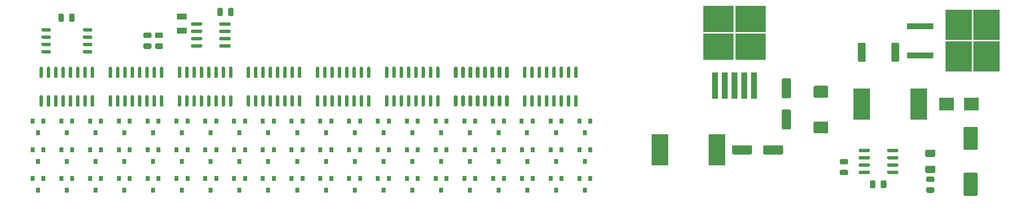
<source format=gbr>
%TF.GenerationSoftware,KiCad,Pcbnew,(5.1.5-131-g305ed0b65)-1*%
%TF.CreationDate,2020-05-10T18:35:46+08:00*%
%TF.ProjectId,NixieController,4e697869-6543-46f6-9e74-726f6c6c6572,rev?*%
%TF.SameCoordinates,Original*%
%TF.FileFunction,Paste,Top*%
%TF.FilePolarity,Positive*%
%FSLAX46Y46*%
G04 Gerber Fmt 4.6, Leading zero omitted, Abs format (unit mm)*
G04 Created by KiCad (PCBNEW (5.1.5-131-g305ed0b65)-1) date 2020-05-10 18:35:46*
%MOMM*%
%LPD*%
G01*
G04 APERTURE LIST*
%ADD10R,2.500000X2.300000*%
%ADD11R,2.900000X5.400000*%
%ADD12R,4.600000X1.100000*%
%ADD13R,4.550000X5.250000*%
%ADD14R,0.800000X0.900000*%
%ADD15R,1.100000X4.600000*%
%ADD16R,5.250000X4.550000*%
%ADD17R,1.800000X1.000000*%
G04 APERTURE END LIST*
%TO.C,C7*%
G36*
G01*
X73362500Y-77543750D02*
X73362500Y-78456250D01*
G75*
G02*
X73118750Y-78700000I-243750J0D01*
G01*
X72631250Y-78700000D01*
G75*
G02*
X72387500Y-78456250I0J243750D01*
G01*
X72387500Y-77543750D01*
G75*
G02*
X72631250Y-77300000I243750J0D01*
G01*
X73118750Y-77300000D01*
G75*
G02*
X73362500Y-77543750I0J-243750D01*
G01*
G37*
G36*
G01*
X71487500Y-77543750D02*
X71487500Y-78456250D01*
G75*
G02*
X71243750Y-78700000I-243750J0D01*
G01*
X70756250Y-78700000D01*
G75*
G02*
X70512500Y-78456250I0J243750D01*
G01*
X70512500Y-77543750D01*
G75*
G02*
X70756250Y-77300000I243750J0D01*
G01*
X71243750Y-77300000D01*
G75*
G02*
X71487500Y-77543750I0J-243750D01*
G01*
G37*
%TD*%
%TO.C,C3*%
G36*
G01*
X201975000Y-89850000D02*
X204025000Y-89850000D01*
G75*
G02*
X204275000Y-90100000I0J-250000D01*
G01*
X204275000Y-91675000D01*
G75*
G02*
X204025000Y-91925000I-250000J0D01*
G01*
X201975000Y-91925000D01*
G75*
G02*
X201725000Y-91675000I0J250000D01*
G01*
X201725000Y-90100000D01*
G75*
G02*
X201975000Y-89850000I250000J0D01*
G01*
G37*
G36*
G01*
X201975000Y-96075000D02*
X204025000Y-96075000D01*
G75*
G02*
X204275000Y-96325000I0J-250000D01*
G01*
X204275000Y-97900000D01*
G75*
G02*
X204025000Y-98150000I-250000J0D01*
G01*
X201975000Y-98150000D01*
G75*
G02*
X201725000Y-97900000I0J250000D01*
G01*
X201725000Y-96325000D01*
G75*
G02*
X201975000Y-96075000I250000J0D01*
G01*
G37*
%TD*%
%TO.C,C4*%
G36*
G01*
X206543750Y-104450000D02*
X207456250Y-104450000D01*
G75*
G02*
X207700000Y-104693750I0J-243750D01*
G01*
X207700000Y-105181250D01*
G75*
G02*
X207456250Y-105425000I-243750J0D01*
G01*
X206543750Y-105425000D01*
G75*
G02*
X206300000Y-105181250I0J243750D01*
G01*
X206300000Y-104693750D01*
G75*
G02*
X206543750Y-104450000I243750J0D01*
G01*
G37*
G36*
G01*
X206543750Y-102575000D02*
X207456250Y-102575000D01*
G75*
G02*
X207700000Y-102818750I0J-243750D01*
G01*
X207700000Y-103306250D01*
G75*
G02*
X207456250Y-103550000I-243750J0D01*
G01*
X206543750Y-103550000D01*
G75*
G02*
X206300000Y-103306250I0J243750D01*
G01*
X206300000Y-102818750D01*
G75*
G02*
X206543750Y-102575000I243750J0D01*
G01*
G37*
%TD*%
%TO.C,C5*%
G36*
G01*
X214362500Y-106543750D02*
X214362500Y-107456250D01*
G75*
G02*
X214118750Y-107700000I-243750J0D01*
G01*
X213631250Y-107700000D01*
G75*
G02*
X213387500Y-107456250I0J243750D01*
G01*
X213387500Y-106543750D01*
G75*
G02*
X213631250Y-106300000I243750J0D01*
G01*
X214118750Y-106300000D01*
G75*
G02*
X214362500Y-106543750I0J-243750D01*
G01*
G37*
G36*
G01*
X212487500Y-106543750D02*
X212487500Y-107456250D01*
G75*
G02*
X212243750Y-107700000I-243750J0D01*
G01*
X211756250Y-107700000D01*
G75*
G02*
X211512500Y-107456250I0J243750D01*
G01*
X211512500Y-106543750D01*
G75*
G02*
X211756250Y-106300000I243750J0D01*
G01*
X212243750Y-106300000D01*
G75*
G02*
X212487500Y-106543750I0J-243750D01*
G01*
G37*
%TD*%
%TO.C,C6*%
G36*
G01*
X228000000Y-97000000D02*
X230000000Y-97000000D01*
G75*
G02*
X230250000Y-97250000I0J-250000D01*
G01*
X230250000Y-100750000D01*
G75*
G02*
X230000000Y-101000000I-250000J0D01*
G01*
X228000000Y-101000000D01*
G75*
G02*
X227750000Y-100750000I0J250000D01*
G01*
X227750000Y-97250000D01*
G75*
G02*
X228000000Y-97000000I250000J0D01*
G01*
G37*
G36*
G01*
X228000000Y-105000000D02*
X230000000Y-105000000D01*
G75*
G02*
X230250000Y-105250000I0J-250000D01*
G01*
X230250000Y-108750000D01*
G75*
G02*
X230000000Y-109000000I-250000J0D01*
G01*
X228000000Y-109000000D01*
G75*
G02*
X227750000Y-108750000I0J250000D01*
G01*
X227750000Y-105250000D01*
G75*
G02*
X228000000Y-105000000I250000J0D01*
G01*
G37*
%TD*%
D10*
%TO.C,D2*%
X229150000Y-93000000D03*
X224850000Y-93000000D03*
%TD*%
D11*
%TO.C,L2*%
X210050000Y-93000000D03*
X219950000Y-93000000D03*
%TD*%
D12*
%TO.C,Q1*%
X220225000Y-79460000D03*
X220225000Y-84540000D03*
D13*
X231800000Y-84775000D03*
X226950000Y-79225000D03*
X231800000Y-79225000D03*
X226950000Y-84775000D03*
%TD*%
%TO.C,R3*%
G36*
G01*
X216575000Y-82574999D02*
X216575000Y-85425001D01*
G75*
G02*
X216325001Y-85675000I-249999J0D01*
G01*
X215474999Y-85675000D01*
G75*
G02*
X215225000Y-85425001I0J249999D01*
G01*
X215225000Y-82574999D01*
G75*
G02*
X215474999Y-82325000I249999J0D01*
G01*
X216325001Y-82325000D01*
G75*
G02*
X216575000Y-82574999I0J-249999D01*
G01*
G37*
G36*
G01*
X210775000Y-82574999D02*
X210775000Y-85425001D01*
G75*
G02*
X210525001Y-85675000I-249999J0D01*
G01*
X209674999Y-85675000D01*
G75*
G02*
X209425000Y-85425001I0J249999D01*
G01*
X209425000Y-82574999D01*
G75*
G02*
X209674999Y-82325000I249999J0D01*
G01*
X210525001Y-82325000D01*
G75*
G02*
X210775000Y-82574999I0J-249999D01*
G01*
G37*
%TD*%
%TO.C,R4*%
G36*
G01*
X221375000Y-100975000D02*
X222625000Y-100975000D01*
G75*
G02*
X222875000Y-101225000I0J-250000D01*
G01*
X222875000Y-101975000D01*
G75*
G02*
X222625000Y-102225000I-250000J0D01*
G01*
X221375000Y-102225000D01*
G75*
G02*
X221125000Y-101975000I0J250000D01*
G01*
X221125000Y-101225000D01*
G75*
G02*
X221375000Y-100975000I250000J0D01*
G01*
G37*
G36*
G01*
X221375000Y-103775000D02*
X222625000Y-103775000D01*
G75*
G02*
X222875000Y-104025000I0J-250000D01*
G01*
X222875000Y-104775000D01*
G75*
G02*
X222625000Y-105025000I-250000J0D01*
G01*
X221375000Y-105025000D01*
G75*
G02*
X221125000Y-104775000I0J250000D01*
G01*
X221125000Y-104025000D01*
G75*
G02*
X221375000Y-103775000I250000J0D01*
G01*
G37*
%TD*%
%TO.C,R5*%
G36*
G01*
X221543750Y-105637500D02*
X222456250Y-105637500D01*
G75*
G02*
X222700000Y-105881250I0J-243750D01*
G01*
X222700000Y-106368750D01*
G75*
G02*
X222456250Y-106612500I-243750J0D01*
G01*
X221543750Y-106612500D01*
G75*
G02*
X221300000Y-106368750I0J243750D01*
G01*
X221300000Y-105881250D01*
G75*
G02*
X221543750Y-105637500I243750J0D01*
G01*
G37*
G36*
G01*
X221543750Y-107512500D02*
X222456250Y-107512500D01*
G75*
G02*
X222700000Y-107756250I0J-243750D01*
G01*
X222700000Y-108243750D01*
G75*
G02*
X222456250Y-108487500I-243750J0D01*
G01*
X221543750Y-108487500D01*
G75*
G02*
X221300000Y-108243750I0J243750D01*
G01*
X221300000Y-107756250D01*
G75*
G02*
X221543750Y-107512500I243750J0D01*
G01*
G37*
%TD*%
%TO.C,U4*%
G36*
G01*
X209550000Y-101245000D02*
X209550000Y-100945000D01*
G75*
G02*
X209700000Y-100795000I150000J0D01*
G01*
X211350000Y-100795000D01*
G75*
G02*
X211500000Y-100945000I0J-150000D01*
G01*
X211500000Y-101245000D01*
G75*
G02*
X211350000Y-101395000I-150000J0D01*
G01*
X209700000Y-101395000D01*
G75*
G02*
X209550000Y-101245000I0J150000D01*
G01*
G37*
G36*
G01*
X209550000Y-102515000D02*
X209550000Y-102215000D01*
G75*
G02*
X209700000Y-102065000I150000J0D01*
G01*
X211350000Y-102065000D01*
G75*
G02*
X211500000Y-102215000I0J-150000D01*
G01*
X211500000Y-102515000D01*
G75*
G02*
X211350000Y-102665000I-150000J0D01*
G01*
X209700000Y-102665000D01*
G75*
G02*
X209550000Y-102515000I0J150000D01*
G01*
G37*
G36*
G01*
X209550000Y-103785000D02*
X209550000Y-103485000D01*
G75*
G02*
X209700000Y-103335000I150000J0D01*
G01*
X211350000Y-103335000D01*
G75*
G02*
X211500000Y-103485000I0J-150000D01*
G01*
X211500000Y-103785000D01*
G75*
G02*
X211350000Y-103935000I-150000J0D01*
G01*
X209700000Y-103935000D01*
G75*
G02*
X209550000Y-103785000I0J150000D01*
G01*
G37*
G36*
G01*
X209550000Y-105055000D02*
X209550000Y-104755000D01*
G75*
G02*
X209700000Y-104605000I150000J0D01*
G01*
X211350000Y-104605000D01*
G75*
G02*
X211500000Y-104755000I0J-150000D01*
G01*
X211500000Y-105055000D01*
G75*
G02*
X211350000Y-105205000I-150000J0D01*
G01*
X209700000Y-105205000D01*
G75*
G02*
X209550000Y-105055000I0J150000D01*
G01*
G37*
G36*
G01*
X214500000Y-105055000D02*
X214500000Y-104755000D01*
G75*
G02*
X214650000Y-104605000I150000J0D01*
G01*
X216300000Y-104605000D01*
G75*
G02*
X216450000Y-104755000I0J-150000D01*
G01*
X216450000Y-105055000D01*
G75*
G02*
X216300000Y-105205000I-150000J0D01*
G01*
X214650000Y-105205000D01*
G75*
G02*
X214500000Y-105055000I0J150000D01*
G01*
G37*
G36*
G01*
X214500000Y-103785000D02*
X214500000Y-103485000D01*
G75*
G02*
X214650000Y-103335000I150000J0D01*
G01*
X216300000Y-103335000D01*
G75*
G02*
X216450000Y-103485000I0J-150000D01*
G01*
X216450000Y-103785000D01*
G75*
G02*
X216300000Y-103935000I-150000J0D01*
G01*
X214650000Y-103935000D01*
G75*
G02*
X214500000Y-103785000I0J150000D01*
G01*
G37*
G36*
G01*
X214500000Y-102515000D02*
X214500000Y-102215000D01*
G75*
G02*
X214650000Y-102065000I150000J0D01*
G01*
X216300000Y-102065000D01*
G75*
G02*
X216450000Y-102215000I0J-150000D01*
G01*
X216450000Y-102515000D01*
G75*
G02*
X216300000Y-102665000I-150000J0D01*
G01*
X214650000Y-102665000D01*
G75*
G02*
X214500000Y-102515000I0J150000D01*
G01*
G37*
G36*
G01*
X214500000Y-101245000D02*
X214500000Y-100945000D01*
G75*
G02*
X214650000Y-100795000I150000J0D01*
G01*
X216300000Y-100795000D01*
G75*
G02*
X216450000Y-100945000I0J-150000D01*
G01*
X216450000Y-101245000D01*
G75*
G02*
X216300000Y-101395000I-150000J0D01*
G01*
X214650000Y-101395000D01*
G75*
G02*
X214500000Y-101245000I0J150000D01*
G01*
G37*
%TD*%
D11*
%TO.C,L1*%
X175050000Y-101000000D03*
X184950000Y-101000000D03*
%TD*%
D14*
%TO.C,Q2*%
X67000000Y-108000000D03*
X66050000Y-106000000D03*
X67950000Y-106000000D03*
%TD*%
%TO.C,Q3*%
X67950000Y-101000000D03*
X66050000Y-101000000D03*
X67000000Y-103000000D03*
%TD*%
%TO.C,Q4*%
X67000000Y-98000000D03*
X66050000Y-96000000D03*
X67950000Y-96000000D03*
%TD*%
%TO.C,Q5*%
X72950000Y-106000000D03*
X71050000Y-106000000D03*
X72000000Y-108000000D03*
%TD*%
%TO.C,Q6*%
X72000000Y-103000000D03*
X71050000Y-101000000D03*
X72950000Y-101000000D03*
%TD*%
%TO.C,Q7*%
X72950000Y-96000000D03*
X71050000Y-96000000D03*
X72000000Y-98000000D03*
%TD*%
%TO.C,Q8*%
X77000000Y-108000000D03*
X76050000Y-106000000D03*
X77950000Y-106000000D03*
%TD*%
%TO.C,Q9*%
X77950000Y-101000000D03*
X76050000Y-101000000D03*
X77000000Y-103000000D03*
%TD*%
%TO.C,Q10*%
X77000000Y-98000000D03*
X76050000Y-96000000D03*
X77950000Y-96000000D03*
%TD*%
%TO.C,Q11*%
X82000000Y-108000000D03*
X81050000Y-106000000D03*
X82950000Y-106000000D03*
%TD*%
%TO.C,Q12*%
X82000000Y-103000000D03*
X81050000Y-101000000D03*
X82950000Y-101000000D03*
%TD*%
%TO.C,Q13*%
X82950000Y-96000000D03*
X81050000Y-96000000D03*
X82000000Y-98000000D03*
%TD*%
%TO.C,Q14*%
X87000000Y-108000000D03*
X86050000Y-106000000D03*
X87950000Y-106000000D03*
%TD*%
%TO.C,Q15*%
X87950000Y-101000000D03*
X86050000Y-101000000D03*
X87000000Y-103000000D03*
%TD*%
%TO.C,Q16*%
X87000000Y-98000000D03*
X86050000Y-96000000D03*
X87950000Y-96000000D03*
%TD*%
%TO.C,Q17*%
X92950000Y-106000000D03*
X91050000Y-106000000D03*
X92000000Y-108000000D03*
%TD*%
%TO.C,Q18*%
X92000000Y-103000000D03*
X91050000Y-101000000D03*
X92950000Y-101000000D03*
%TD*%
%TO.C,Q19*%
X92950000Y-96000000D03*
X91050000Y-96000000D03*
X92000000Y-98000000D03*
%TD*%
%TO.C,Q20*%
X97000000Y-108000000D03*
X96050000Y-106000000D03*
X97950000Y-106000000D03*
%TD*%
%TO.C,Q21*%
X97950000Y-101000000D03*
X96050000Y-101000000D03*
X97000000Y-103000000D03*
%TD*%
%TO.C,Q22*%
X97000000Y-98000000D03*
X96050000Y-96000000D03*
X97950000Y-96000000D03*
%TD*%
%TO.C,Q23*%
X102950000Y-106000000D03*
X101050000Y-106000000D03*
X102000000Y-108000000D03*
%TD*%
%TO.C,Q24*%
X102000000Y-103000000D03*
X101050000Y-101000000D03*
X102950000Y-101000000D03*
%TD*%
%TO.C,Q25*%
X102950000Y-96000000D03*
X101050000Y-96000000D03*
X102000000Y-98000000D03*
%TD*%
%TO.C,Q26*%
X107000000Y-108000000D03*
X106050000Y-106000000D03*
X107950000Y-106000000D03*
%TD*%
%TO.C,Q27*%
X107950000Y-101000000D03*
X106050000Y-101000000D03*
X107000000Y-103000000D03*
%TD*%
%TO.C,Q28*%
X107000000Y-98000000D03*
X106050000Y-96000000D03*
X107950000Y-96000000D03*
%TD*%
%TO.C,Q29*%
X112950000Y-106000000D03*
X111050000Y-106000000D03*
X112000000Y-108000000D03*
%TD*%
%TO.C,Q30*%
X112950000Y-101000000D03*
X111050000Y-101000000D03*
X112000000Y-103000000D03*
%TD*%
%TO.C,Q31*%
X112950000Y-96000000D03*
X111050000Y-96000000D03*
X112000000Y-98000000D03*
%TD*%
%TO.C,Q32*%
X117000000Y-108000000D03*
X116050000Y-106000000D03*
X117950000Y-106000000D03*
%TD*%
%TO.C,Q33*%
X117950000Y-101000000D03*
X116050000Y-101000000D03*
X117000000Y-103000000D03*
%TD*%
%TO.C,Q34*%
X117000000Y-98000000D03*
X116050000Y-96000000D03*
X117950000Y-96000000D03*
%TD*%
%TO.C,Q35*%
X122950000Y-106000000D03*
X121050000Y-106000000D03*
X122000000Y-108000000D03*
%TD*%
%TO.C,Q36*%
X122000000Y-103000000D03*
X121050000Y-101000000D03*
X122950000Y-101000000D03*
%TD*%
%TO.C,Q37*%
X122000000Y-98000000D03*
X121050000Y-96000000D03*
X122950000Y-96000000D03*
%TD*%
%TO.C,Q38*%
X127950000Y-106000000D03*
X126050000Y-106000000D03*
X127000000Y-108000000D03*
%TD*%
%TO.C,Q39*%
X127000000Y-103000000D03*
X126050000Y-101000000D03*
X127950000Y-101000000D03*
%TD*%
%TO.C,Q40*%
X127950000Y-96000000D03*
X126050000Y-96000000D03*
X127000000Y-98000000D03*
%TD*%
%TO.C,Q41*%
X132000000Y-108000000D03*
X131050000Y-106000000D03*
X132950000Y-106000000D03*
%TD*%
%TO.C,Q42*%
X132950000Y-101000000D03*
X131050000Y-101000000D03*
X132000000Y-103000000D03*
%TD*%
%TO.C,Q43*%
X132000000Y-98000000D03*
X131050000Y-96000000D03*
X132950000Y-96000000D03*
%TD*%
%TO.C,Q44*%
X137950000Y-106000000D03*
X136050000Y-106000000D03*
X137000000Y-108000000D03*
%TD*%
%TO.C,Q45*%
X137000000Y-103000000D03*
X136050000Y-101000000D03*
X137950000Y-101000000D03*
%TD*%
%TO.C,Q46*%
X137950000Y-96000000D03*
X136050000Y-96000000D03*
X137000000Y-98000000D03*
%TD*%
%TO.C,Q47*%
X142000000Y-108000000D03*
X141050000Y-106000000D03*
X142950000Y-106000000D03*
%TD*%
%TO.C,Q48*%
X142950000Y-101000000D03*
X141050000Y-101000000D03*
X142000000Y-103000000D03*
%TD*%
%TO.C,Q49*%
X142950000Y-96000000D03*
X141050000Y-96000000D03*
X142000000Y-98000000D03*
%TD*%
%TO.C,Q50*%
X147950000Y-106000000D03*
X146050000Y-106000000D03*
X147000000Y-108000000D03*
%TD*%
%TO.C,Q51*%
X147000000Y-103000000D03*
X146050000Y-101000000D03*
X147950000Y-101000000D03*
%TD*%
%TO.C,Q52*%
X147950000Y-96000000D03*
X146050000Y-96000000D03*
X147000000Y-98000000D03*
%TD*%
%TO.C,Q53*%
X152000000Y-108000000D03*
X151050000Y-106000000D03*
X152950000Y-106000000D03*
%TD*%
%TO.C,Q54*%
X152950000Y-101000000D03*
X151050000Y-101000000D03*
X152000000Y-103000000D03*
%TD*%
%TO.C,Q55*%
X151950000Y-98000000D03*
X151000000Y-96000000D03*
X152900000Y-96000000D03*
%TD*%
%TO.C,Q56*%
X157950000Y-106000000D03*
X156050000Y-106000000D03*
X157000000Y-108000000D03*
%TD*%
%TO.C,Q57*%
X157000000Y-103000000D03*
X156050000Y-101000000D03*
X157950000Y-101000000D03*
%TD*%
%TO.C,Q58*%
X157950000Y-96000000D03*
X156050000Y-96000000D03*
X157000000Y-98000000D03*
%TD*%
%TO.C,Q59*%
X162000000Y-108000000D03*
X161050000Y-106000000D03*
X162950000Y-106000000D03*
%TD*%
%TO.C,Q60*%
X162950000Y-101000000D03*
X161050000Y-101000000D03*
X162000000Y-103000000D03*
%TD*%
%TO.C,Q61*%
X162000000Y-98000000D03*
X161050000Y-96000000D03*
X162950000Y-96000000D03*
%TD*%
%TO.C,R1*%
G36*
G01*
X85543750Y-80575000D02*
X86456250Y-80575000D01*
G75*
G02*
X86700000Y-80818750I0J-243750D01*
G01*
X86700000Y-81306250D01*
G75*
G02*
X86456250Y-81550000I-243750J0D01*
G01*
X85543750Y-81550000D01*
G75*
G02*
X85300000Y-81306250I0J243750D01*
G01*
X85300000Y-80818750D01*
G75*
G02*
X85543750Y-80575000I243750J0D01*
G01*
G37*
G36*
G01*
X85543750Y-82450000D02*
X86456250Y-82450000D01*
G75*
G02*
X86700000Y-82693750I0J-243750D01*
G01*
X86700000Y-83181250D01*
G75*
G02*
X86456250Y-83425000I-243750J0D01*
G01*
X85543750Y-83425000D01*
G75*
G02*
X85300000Y-83181250I0J243750D01*
G01*
X85300000Y-82693750D01*
G75*
G02*
X85543750Y-82450000I243750J0D01*
G01*
G37*
%TD*%
%TO.C,R2*%
G36*
G01*
X87543750Y-82450000D02*
X88456250Y-82450000D01*
G75*
G02*
X88700000Y-82693750I0J-243750D01*
G01*
X88700000Y-83181250D01*
G75*
G02*
X88456250Y-83425000I-243750J0D01*
G01*
X87543750Y-83425000D01*
G75*
G02*
X87300000Y-83181250I0J243750D01*
G01*
X87300000Y-82693750D01*
G75*
G02*
X87543750Y-82450000I243750J0D01*
G01*
G37*
G36*
G01*
X87543750Y-80575000D02*
X88456250Y-80575000D01*
G75*
G02*
X88700000Y-80818750I0J-243750D01*
G01*
X88700000Y-81306250D01*
G75*
G02*
X88456250Y-81550000I-243750J0D01*
G01*
X87543750Y-81550000D01*
G75*
G02*
X87300000Y-81306250I0J243750D01*
G01*
X87300000Y-80818750D01*
G75*
G02*
X87543750Y-80575000I243750J0D01*
G01*
G37*
%TD*%
%TO.C,U1*%
G36*
G01*
X67600000Y-80245000D02*
X67600000Y-79945000D01*
G75*
G02*
X67750000Y-79795000I150000J0D01*
G01*
X69050000Y-79795000D01*
G75*
G02*
X69200000Y-79945000I0J-150000D01*
G01*
X69200000Y-80245000D01*
G75*
G02*
X69050000Y-80395000I-150000J0D01*
G01*
X67750000Y-80395000D01*
G75*
G02*
X67600000Y-80245000I0J150000D01*
G01*
G37*
G36*
G01*
X67600000Y-81515000D02*
X67600000Y-81215000D01*
G75*
G02*
X67750000Y-81065000I150000J0D01*
G01*
X69050000Y-81065000D01*
G75*
G02*
X69200000Y-81215000I0J-150000D01*
G01*
X69200000Y-81515000D01*
G75*
G02*
X69050000Y-81665000I-150000J0D01*
G01*
X67750000Y-81665000D01*
G75*
G02*
X67600000Y-81515000I0J150000D01*
G01*
G37*
G36*
G01*
X67600000Y-82785000D02*
X67600000Y-82485000D01*
G75*
G02*
X67750000Y-82335000I150000J0D01*
G01*
X69050000Y-82335000D01*
G75*
G02*
X69200000Y-82485000I0J-150000D01*
G01*
X69200000Y-82785000D01*
G75*
G02*
X69050000Y-82935000I-150000J0D01*
G01*
X67750000Y-82935000D01*
G75*
G02*
X67600000Y-82785000I0J150000D01*
G01*
G37*
G36*
G01*
X67600000Y-84055000D02*
X67600000Y-83755000D01*
G75*
G02*
X67750000Y-83605000I150000J0D01*
G01*
X69050000Y-83605000D01*
G75*
G02*
X69200000Y-83755000I0J-150000D01*
G01*
X69200000Y-84055000D01*
G75*
G02*
X69050000Y-84205000I-150000J0D01*
G01*
X67750000Y-84205000D01*
G75*
G02*
X67600000Y-84055000I0J150000D01*
G01*
G37*
G36*
G01*
X74800000Y-84055000D02*
X74800000Y-83755000D01*
G75*
G02*
X74950000Y-83605000I150000J0D01*
G01*
X76250000Y-83605000D01*
G75*
G02*
X76400000Y-83755000I0J-150000D01*
G01*
X76400000Y-84055000D01*
G75*
G02*
X76250000Y-84205000I-150000J0D01*
G01*
X74950000Y-84205000D01*
G75*
G02*
X74800000Y-84055000I0J150000D01*
G01*
G37*
G36*
G01*
X74800000Y-82785000D02*
X74800000Y-82485000D01*
G75*
G02*
X74950000Y-82335000I150000J0D01*
G01*
X76250000Y-82335000D01*
G75*
G02*
X76400000Y-82485000I0J-150000D01*
G01*
X76400000Y-82785000D01*
G75*
G02*
X76250000Y-82935000I-150000J0D01*
G01*
X74950000Y-82935000D01*
G75*
G02*
X74800000Y-82785000I0J150000D01*
G01*
G37*
G36*
G01*
X74800000Y-81515000D02*
X74800000Y-81215000D01*
G75*
G02*
X74950000Y-81065000I150000J0D01*
G01*
X76250000Y-81065000D01*
G75*
G02*
X76400000Y-81215000I0J-150000D01*
G01*
X76400000Y-81515000D01*
G75*
G02*
X76250000Y-81665000I-150000J0D01*
G01*
X74950000Y-81665000D01*
G75*
G02*
X74800000Y-81515000I0J150000D01*
G01*
G37*
G36*
G01*
X74800000Y-80245000D02*
X74800000Y-79945000D01*
G75*
G02*
X74950000Y-79795000I150000J0D01*
G01*
X76250000Y-79795000D01*
G75*
G02*
X76400000Y-79945000I0J-150000D01*
G01*
X76400000Y-80245000D01*
G75*
G02*
X76250000Y-80395000I-150000J0D01*
G01*
X74950000Y-80395000D01*
G75*
G02*
X74800000Y-80245000I0J150000D01*
G01*
G37*
%TD*%
%TO.C,U2*%
G36*
G01*
X93550000Y-79245000D02*
X93550000Y-78945000D01*
G75*
G02*
X93700000Y-78795000I150000J0D01*
G01*
X95350000Y-78795000D01*
G75*
G02*
X95500000Y-78945000I0J-150000D01*
G01*
X95500000Y-79245000D01*
G75*
G02*
X95350000Y-79395000I-150000J0D01*
G01*
X93700000Y-79395000D01*
G75*
G02*
X93550000Y-79245000I0J150000D01*
G01*
G37*
G36*
G01*
X93550000Y-80515000D02*
X93550000Y-80215000D01*
G75*
G02*
X93700000Y-80065000I150000J0D01*
G01*
X95350000Y-80065000D01*
G75*
G02*
X95500000Y-80215000I0J-150000D01*
G01*
X95500000Y-80515000D01*
G75*
G02*
X95350000Y-80665000I-150000J0D01*
G01*
X93700000Y-80665000D01*
G75*
G02*
X93550000Y-80515000I0J150000D01*
G01*
G37*
G36*
G01*
X93550000Y-81785000D02*
X93550000Y-81485000D01*
G75*
G02*
X93700000Y-81335000I150000J0D01*
G01*
X95350000Y-81335000D01*
G75*
G02*
X95500000Y-81485000I0J-150000D01*
G01*
X95500000Y-81785000D01*
G75*
G02*
X95350000Y-81935000I-150000J0D01*
G01*
X93700000Y-81935000D01*
G75*
G02*
X93550000Y-81785000I0J150000D01*
G01*
G37*
G36*
G01*
X93550000Y-83055000D02*
X93550000Y-82755000D01*
G75*
G02*
X93700000Y-82605000I150000J0D01*
G01*
X95350000Y-82605000D01*
G75*
G02*
X95500000Y-82755000I0J-150000D01*
G01*
X95500000Y-83055000D01*
G75*
G02*
X95350000Y-83205000I-150000J0D01*
G01*
X93700000Y-83205000D01*
G75*
G02*
X93550000Y-83055000I0J150000D01*
G01*
G37*
G36*
G01*
X98500000Y-83055000D02*
X98500000Y-82755000D01*
G75*
G02*
X98650000Y-82605000I150000J0D01*
G01*
X100300000Y-82605000D01*
G75*
G02*
X100450000Y-82755000I0J-150000D01*
G01*
X100450000Y-83055000D01*
G75*
G02*
X100300000Y-83205000I-150000J0D01*
G01*
X98650000Y-83205000D01*
G75*
G02*
X98500000Y-83055000I0J150000D01*
G01*
G37*
G36*
G01*
X98500000Y-81785000D02*
X98500000Y-81485000D01*
G75*
G02*
X98650000Y-81335000I150000J0D01*
G01*
X100300000Y-81335000D01*
G75*
G02*
X100450000Y-81485000I0J-150000D01*
G01*
X100450000Y-81785000D01*
G75*
G02*
X100300000Y-81935000I-150000J0D01*
G01*
X98650000Y-81935000D01*
G75*
G02*
X98500000Y-81785000I0J150000D01*
G01*
G37*
G36*
G01*
X98500000Y-80515000D02*
X98500000Y-80215000D01*
G75*
G02*
X98650000Y-80065000I150000J0D01*
G01*
X100300000Y-80065000D01*
G75*
G02*
X100450000Y-80215000I0J-150000D01*
G01*
X100450000Y-80515000D01*
G75*
G02*
X100300000Y-80665000I-150000J0D01*
G01*
X98650000Y-80665000D01*
G75*
G02*
X98500000Y-80515000I0J150000D01*
G01*
G37*
G36*
G01*
X98500000Y-79245000D02*
X98500000Y-78945000D01*
G75*
G02*
X98650000Y-78795000I150000J0D01*
G01*
X100300000Y-78795000D01*
G75*
G02*
X100450000Y-78945000I0J-150000D01*
G01*
X100450000Y-79245000D01*
G75*
G02*
X100300000Y-79395000I-150000J0D01*
G01*
X98650000Y-79395000D01*
G75*
G02*
X98500000Y-79245000I0J150000D01*
G01*
G37*
%TD*%
D15*
%TO.C,U3*%
X184600000Y-89775000D03*
X186300000Y-89775000D03*
X188000000Y-89775000D03*
X189700000Y-89775000D03*
X191400000Y-89775000D03*
D16*
X190775000Y-78200000D03*
X185225000Y-83050000D03*
X185225000Y-78200000D03*
X190775000Y-83050000D03*
%TD*%
%TO.C,U5*%
G36*
G01*
X67705000Y-88500000D02*
X67405000Y-88500000D01*
G75*
G02*
X67255000Y-88350000I0J150000D01*
G01*
X67255000Y-86700000D01*
G75*
G02*
X67405000Y-86550000I150000J0D01*
G01*
X67705000Y-86550000D01*
G75*
G02*
X67855000Y-86700000I0J-150000D01*
G01*
X67855000Y-88350000D01*
G75*
G02*
X67705000Y-88500000I-150000J0D01*
G01*
G37*
G36*
G01*
X68975000Y-88500000D02*
X68675000Y-88500000D01*
G75*
G02*
X68525000Y-88350000I0J150000D01*
G01*
X68525000Y-86700000D01*
G75*
G02*
X68675000Y-86550000I150000J0D01*
G01*
X68975000Y-86550000D01*
G75*
G02*
X69125000Y-86700000I0J-150000D01*
G01*
X69125000Y-88350000D01*
G75*
G02*
X68975000Y-88500000I-150000J0D01*
G01*
G37*
G36*
G01*
X70245000Y-88500000D02*
X69945000Y-88500000D01*
G75*
G02*
X69795000Y-88350000I0J150000D01*
G01*
X69795000Y-86700000D01*
G75*
G02*
X69945000Y-86550000I150000J0D01*
G01*
X70245000Y-86550000D01*
G75*
G02*
X70395000Y-86700000I0J-150000D01*
G01*
X70395000Y-88350000D01*
G75*
G02*
X70245000Y-88500000I-150000J0D01*
G01*
G37*
G36*
G01*
X71515000Y-88500000D02*
X71215000Y-88500000D01*
G75*
G02*
X71065000Y-88350000I0J150000D01*
G01*
X71065000Y-86700000D01*
G75*
G02*
X71215000Y-86550000I150000J0D01*
G01*
X71515000Y-86550000D01*
G75*
G02*
X71665000Y-86700000I0J-150000D01*
G01*
X71665000Y-88350000D01*
G75*
G02*
X71515000Y-88500000I-150000J0D01*
G01*
G37*
G36*
G01*
X72785000Y-88500000D02*
X72485000Y-88500000D01*
G75*
G02*
X72335000Y-88350000I0J150000D01*
G01*
X72335000Y-86700000D01*
G75*
G02*
X72485000Y-86550000I150000J0D01*
G01*
X72785000Y-86550000D01*
G75*
G02*
X72935000Y-86700000I0J-150000D01*
G01*
X72935000Y-88350000D01*
G75*
G02*
X72785000Y-88500000I-150000J0D01*
G01*
G37*
G36*
G01*
X74055000Y-88500000D02*
X73755000Y-88500000D01*
G75*
G02*
X73605000Y-88350000I0J150000D01*
G01*
X73605000Y-86700000D01*
G75*
G02*
X73755000Y-86550000I150000J0D01*
G01*
X74055000Y-86550000D01*
G75*
G02*
X74205000Y-86700000I0J-150000D01*
G01*
X74205000Y-88350000D01*
G75*
G02*
X74055000Y-88500000I-150000J0D01*
G01*
G37*
G36*
G01*
X75325000Y-88500000D02*
X75025000Y-88500000D01*
G75*
G02*
X74875000Y-88350000I0J150000D01*
G01*
X74875000Y-86700000D01*
G75*
G02*
X75025000Y-86550000I150000J0D01*
G01*
X75325000Y-86550000D01*
G75*
G02*
X75475000Y-86700000I0J-150000D01*
G01*
X75475000Y-88350000D01*
G75*
G02*
X75325000Y-88500000I-150000J0D01*
G01*
G37*
G36*
G01*
X76595000Y-88500000D02*
X76295000Y-88500000D01*
G75*
G02*
X76145000Y-88350000I0J150000D01*
G01*
X76145000Y-86700000D01*
G75*
G02*
X76295000Y-86550000I150000J0D01*
G01*
X76595000Y-86550000D01*
G75*
G02*
X76745000Y-86700000I0J-150000D01*
G01*
X76745000Y-88350000D01*
G75*
G02*
X76595000Y-88500000I-150000J0D01*
G01*
G37*
G36*
G01*
X76595000Y-93450000D02*
X76295000Y-93450000D01*
G75*
G02*
X76145000Y-93300000I0J150000D01*
G01*
X76145000Y-91650000D01*
G75*
G02*
X76295000Y-91500000I150000J0D01*
G01*
X76595000Y-91500000D01*
G75*
G02*
X76745000Y-91650000I0J-150000D01*
G01*
X76745000Y-93300000D01*
G75*
G02*
X76595000Y-93450000I-150000J0D01*
G01*
G37*
G36*
G01*
X75325000Y-93450000D02*
X75025000Y-93450000D01*
G75*
G02*
X74875000Y-93300000I0J150000D01*
G01*
X74875000Y-91650000D01*
G75*
G02*
X75025000Y-91500000I150000J0D01*
G01*
X75325000Y-91500000D01*
G75*
G02*
X75475000Y-91650000I0J-150000D01*
G01*
X75475000Y-93300000D01*
G75*
G02*
X75325000Y-93450000I-150000J0D01*
G01*
G37*
G36*
G01*
X74055000Y-93450000D02*
X73755000Y-93450000D01*
G75*
G02*
X73605000Y-93300000I0J150000D01*
G01*
X73605000Y-91650000D01*
G75*
G02*
X73755000Y-91500000I150000J0D01*
G01*
X74055000Y-91500000D01*
G75*
G02*
X74205000Y-91650000I0J-150000D01*
G01*
X74205000Y-93300000D01*
G75*
G02*
X74055000Y-93450000I-150000J0D01*
G01*
G37*
G36*
G01*
X72785000Y-93450000D02*
X72485000Y-93450000D01*
G75*
G02*
X72335000Y-93300000I0J150000D01*
G01*
X72335000Y-91650000D01*
G75*
G02*
X72485000Y-91500000I150000J0D01*
G01*
X72785000Y-91500000D01*
G75*
G02*
X72935000Y-91650000I0J-150000D01*
G01*
X72935000Y-93300000D01*
G75*
G02*
X72785000Y-93450000I-150000J0D01*
G01*
G37*
G36*
G01*
X71515000Y-93450000D02*
X71215000Y-93450000D01*
G75*
G02*
X71065000Y-93300000I0J150000D01*
G01*
X71065000Y-91650000D01*
G75*
G02*
X71215000Y-91500000I150000J0D01*
G01*
X71515000Y-91500000D01*
G75*
G02*
X71665000Y-91650000I0J-150000D01*
G01*
X71665000Y-93300000D01*
G75*
G02*
X71515000Y-93450000I-150000J0D01*
G01*
G37*
G36*
G01*
X70245000Y-93450000D02*
X69945000Y-93450000D01*
G75*
G02*
X69795000Y-93300000I0J150000D01*
G01*
X69795000Y-91650000D01*
G75*
G02*
X69945000Y-91500000I150000J0D01*
G01*
X70245000Y-91500000D01*
G75*
G02*
X70395000Y-91650000I0J-150000D01*
G01*
X70395000Y-93300000D01*
G75*
G02*
X70245000Y-93450000I-150000J0D01*
G01*
G37*
G36*
G01*
X68975000Y-93450000D02*
X68675000Y-93450000D01*
G75*
G02*
X68525000Y-93300000I0J150000D01*
G01*
X68525000Y-91650000D01*
G75*
G02*
X68675000Y-91500000I150000J0D01*
G01*
X68975000Y-91500000D01*
G75*
G02*
X69125000Y-91650000I0J-150000D01*
G01*
X69125000Y-93300000D01*
G75*
G02*
X68975000Y-93450000I-150000J0D01*
G01*
G37*
G36*
G01*
X67705000Y-93450000D02*
X67405000Y-93450000D01*
G75*
G02*
X67255000Y-93300000I0J150000D01*
G01*
X67255000Y-91650000D01*
G75*
G02*
X67405000Y-91500000I150000J0D01*
G01*
X67705000Y-91500000D01*
G75*
G02*
X67855000Y-91650000I0J-150000D01*
G01*
X67855000Y-93300000D01*
G75*
G02*
X67705000Y-93450000I-150000J0D01*
G01*
G37*
%TD*%
%TO.C,U9*%
G36*
G01*
X115705000Y-88500000D02*
X115405000Y-88500000D01*
G75*
G02*
X115255000Y-88350000I0J150000D01*
G01*
X115255000Y-86700000D01*
G75*
G02*
X115405000Y-86550000I150000J0D01*
G01*
X115705000Y-86550000D01*
G75*
G02*
X115855000Y-86700000I0J-150000D01*
G01*
X115855000Y-88350000D01*
G75*
G02*
X115705000Y-88500000I-150000J0D01*
G01*
G37*
G36*
G01*
X116975000Y-88500000D02*
X116675000Y-88500000D01*
G75*
G02*
X116525000Y-88350000I0J150000D01*
G01*
X116525000Y-86700000D01*
G75*
G02*
X116675000Y-86550000I150000J0D01*
G01*
X116975000Y-86550000D01*
G75*
G02*
X117125000Y-86700000I0J-150000D01*
G01*
X117125000Y-88350000D01*
G75*
G02*
X116975000Y-88500000I-150000J0D01*
G01*
G37*
G36*
G01*
X118245000Y-88500000D02*
X117945000Y-88500000D01*
G75*
G02*
X117795000Y-88350000I0J150000D01*
G01*
X117795000Y-86700000D01*
G75*
G02*
X117945000Y-86550000I150000J0D01*
G01*
X118245000Y-86550000D01*
G75*
G02*
X118395000Y-86700000I0J-150000D01*
G01*
X118395000Y-88350000D01*
G75*
G02*
X118245000Y-88500000I-150000J0D01*
G01*
G37*
G36*
G01*
X119515000Y-88500000D02*
X119215000Y-88500000D01*
G75*
G02*
X119065000Y-88350000I0J150000D01*
G01*
X119065000Y-86700000D01*
G75*
G02*
X119215000Y-86550000I150000J0D01*
G01*
X119515000Y-86550000D01*
G75*
G02*
X119665000Y-86700000I0J-150000D01*
G01*
X119665000Y-88350000D01*
G75*
G02*
X119515000Y-88500000I-150000J0D01*
G01*
G37*
G36*
G01*
X120785000Y-88500000D02*
X120485000Y-88500000D01*
G75*
G02*
X120335000Y-88350000I0J150000D01*
G01*
X120335000Y-86700000D01*
G75*
G02*
X120485000Y-86550000I150000J0D01*
G01*
X120785000Y-86550000D01*
G75*
G02*
X120935000Y-86700000I0J-150000D01*
G01*
X120935000Y-88350000D01*
G75*
G02*
X120785000Y-88500000I-150000J0D01*
G01*
G37*
G36*
G01*
X122055000Y-88500000D02*
X121755000Y-88500000D01*
G75*
G02*
X121605000Y-88350000I0J150000D01*
G01*
X121605000Y-86700000D01*
G75*
G02*
X121755000Y-86550000I150000J0D01*
G01*
X122055000Y-86550000D01*
G75*
G02*
X122205000Y-86700000I0J-150000D01*
G01*
X122205000Y-88350000D01*
G75*
G02*
X122055000Y-88500000I-150000J0D01*
G01*
G37*
G36*
G01*
X123325000Y-88500000D02*
X123025000Y-88500000D01*
G75*
G02*
X122875000Y-88350000I0J150000D01*
G01*
X122875000Y-86700000D01*
G75*
G02*
X123025000Y-86550000I150000J0D01*
G01*
X123325000Y-86550000D01*
G75*
G02*
X123475000Y-86700000I0J-150000D01*
G01*
X123475000Y-88350000D01*
G75*
G02*
X123325000Y-88500000I-150000J0D01*
G01*
G37*
G36*
G01*
X124595000Y-88500000D02*
X124295000Y-88500000D01*
G75*
G02*
X124145000Y-88350000I0J150000D01*
G01*
X124145000Y-86700000D01*
G75*
G02*
X124295000Y-86550000I150000J0D01*
G01*
X124595000Y-86550000D01*
G75*
G02*
X124745000Y-86700000I0J-150000D01*
G01*
X124745000Y-88350000D01*
G75*
G02*
X124595000Y-88500000I-150000J0D01*
G01*
G37*
G36*
G01*
X124595000Y-93450000D02*
X124295000Y-93450000D01*
G75*
G02*
X124145000Y-93300000I0J150000D01*
G01*
X124145000Y-91650000D01*
G75*
G02*
X124295000Y-91500000I150000J0D01*
G01*
X124595000Y-91500000D01*
G75*
G02*
X124745000Y-91650000I0J-150000D01*
G01*
X124745000Y-93300000D01*
G75*
G02*
X124595000Y-93450000I-150000J0D01*
G01*
G37*
G36*
G01*
X123325000Y-93450000D02*
X123025000Y-93450000D01*
G75*
G02*
X122875000Y-93300000I0J150000D01*
G01*
X122875000Y-91650000D01*
G75*
G02*
X123025000Y-91500000I150000J0D01*
G01*
X123325000Y-91500000D01*
G75*
G02*
X123475000Y-91650000I0J-150000D01*
G01*
X123475000Y-93300000D01*
G75*
G02*
X123325000Y-93450000I-150000J0D01*
G01*
G37*
G36*
G01*
X122055000Y-93450000D02*
X121755000Y-93450000D01*
G75*
G02*
X121605000Y-93300000I0J150000D01*
G01*
X121605000Y-91650000D01*
G75*
G02*
X121755000Y-91500000I150000J0D01*
G01*
X122055000Y-91500000D01*
G75*
G02*
X122205000Y-91650000I0J-150000D01*
G01*
X122205000Y-93300000D01*
G75*
G02*
X122055000Y-93450000I-150000J0D01*
G01*
G37*
G36*
G01*
X120785000Y-93450000D02*
X120485000Y-93450000D01*
G75*
G02*
X120335000Y-93300000I0J150000D01*
G01*
X120335000Y-91650000D01*
G75*
G02*
X120485000Y-91500000I150000J0D01*
G01*
X120785000Y-91500000D01*
G75*
G02*
X120935000Y-91650000I0J-150000D01*
G01*
X120935000Y-93300000D01*
G75*
G02*
X120785000Y-93450000I-150000J0D01*
G01*
G37*
G36*
G01*
X119515000Y-93450000D02*
X119215000Y-93450000D01*
G75*
G02*
X119065000Y-93300000I0J150000D01*
G01*
X119065000Y-91650000D01*
G75*
G02*
X119215000Y-91500000I150000J0D01*
G01*
X119515000Y-91500000D01*
G75*
G02*
X119665000Y-91650000I0J-150000D01*
G01*
X119665000Y-93300000D01*
G75*
G02*
X119515000Y-93450000I-150000J0D01*
G01*
G37*
G36*
G01*
X118245000Y-93450000D02*
X117945000Y-93450000D01*
G75*
G02*
X117795000Y-93300000I0J150000D01*
G01*
X117795000Y-91650000D01*
G75*
G02*
X117945000Y-91500000I150000J0D01*
G01*
X118245000Y-91500000D01*
G75*
G02*
X118395000Y-91650000I0J-150000D01*
G01*
X118395000Y-93300000D01*
G75*
G02*
X118245000Y-93450000I-150000J0D01*
G01*
G37*
G36*
G01*
X116975000Y-93450000D02*
X116675000Y-93450000D01*
G75*
G02*
X116525000Y-93300000I0J150000D01*
G01*
X116525000Y-91650000D01*
G75*
G02*
X116675000Y-91500000I150000J0D01*
G01*
X116975000Y-91500000D01*
G75*
G02*
X117125000Y-91650000I0J-150000D01*
G01*
X117125000Y-93300000D01*
G75*
G02*
X116975000Y-93450000I-150000J0D01*
G01*
G37*
G36*
G01*
X115705000Y-93450000D02*
X115405000Y-93450000D01*
G75*
G02*
X115255000Y-93300000I0J150000D01*
G01*
X115255000Y-91650000D01*
G75*
G02*
X115405000Y-91500000I150000J0D01*
G01*
X115705000Y-91500000D01*
G75*
G02*
X115855000Y-91650000I0J-150000D01*
G01*
X115855000Y-93300000D01*
G75*
G02*
X115705000Y-93450000I-150000J0D01*
G01*
G37*
%TD*%
%TO.C,U6*%
G36*
G01*
X79705000Y-93450000D02*
X79405000Y-93450000D01*
G75*
G02*
X79255000Y-93300000I0J150000D01*
G01*
X79255000Y-91650000D01*
G75*
G02*
X79405000Y-91500000I150000J0D01*
G01*
X79705000Y-91500000D01*
G75*
G02*
X79855000Y-91650000I0J-150000D01*
G01*
X79855000Y-93300000D01*
G75*
G02*
X79705000Y-93450000I-150000J0D01*
G01*
G37*
G36*
G01*
X80975000Y-93450000D02*
X80675000Y-93450000D01*
G75*
G02*
X80525000Y-93300000I0J150000D01*
G01*
X80525000Y-91650000D01*
G75*
G02*
X80675000Y-91500000I150000J0D01*
G01*
X80975000Y-91500000D01*
G75*
G02*
X81125000Y-91650000I0J-150000D01*
G01*
X81125000Y-93300000D01*
G75*
G02*
X80975000Y-93450000I-150000J0D01*
G01*
G37*
G36*
G01*
X82245000Y-93450000D02*
X81945000Y-93450000D01*
G75*
G02*
X81795000Y-93300000I0J150000D01*
G01*
X81795000Y-91650000D01*
G75*
G02*
X81945000Y-91500000I150000J0D01*
G01*
X82245000Y-91500000D01*
G75*
G02*
X82395000Y-91650000I0J-150000D01*
G01*
X82395000Y-93300000D01*
G75*
G02*
X82245000Y-93450000I-150000J0D01*
G01*
G37*
G36*
G01*
X83515000Y-93450000D02*
X83215000Y-93450000D01*
G75*
G02*
X83065000Y-93300000I0J150000D01*
G01*
X83065000Y-91650000D01*
G75*
G02*
X83215000Y-91500000I150000J0D01*
G01*
X83515000Y-91500000D01*
G75*
G02*
X83665000Y-91650000I0J-150000D01*
G01*
X83665000Y-93300000D01*
G75*
G02*
X83515000Y-93450000I-150000J0D01*
G01*
G37*
G36*
G01*
X84785000Y-93450000D02*
X84485000Y-93450000D01*
G75*
G02*
X84335000Y-93300000I0J150000D01*
G01*
X84335000Y-91650000D01*
G75*
G02*
X84485000Y-91500000I150000J0D01*
G01*
X84785000Y-91500000D01*
G75*
G02*
X84935000Y-91650000I0J-150000D01*
G01*
X84935000Y-93300000D01*
G75*
G02*
X84785000Y-93450000I-150000J0D01*
G01*
G37*
G36*
G01*
X86055000Y-93450000D02*
X85755000Y-93450000D01*
G75*
G02*
X85605000Y-93300000I0J150000D01*
G01*
X85605000Y-91650000D01*
G75*
G02*
X85755000Y-91500000I150000J0D01*
G01*
X86055000Y-91500000D01*
G75*
G02*
X86205000Y-91650000I0J-150000D01*
G01*
X86205000Y-93300000D01*
G75*
G02*
X86055000Y-93450000I-150000J0D01*
G01*
G37*
G36*
G01*
X87325000Y-93450000D02*
X87025000Y-93450000D01*
G75*
G02*
X86875000Y-93300000I0J150000D01*
G01*
X86875000Y-91650000D01*
G75*
G02*
X87025000Y-91500000I150000J0D01*
G01*
X87325000Y-91500000D01*
G75*
G02*
X87475000Y-91650000I0J-150000D01*
G01*
X87475000Y-93300000D01*
G75*
G02*
X87325000Y-93450000I-150000J0D01*
G01*
G37*
G36*
G01*
X88595000Y-93450000D02*
X88295000Y-93450000D01*
G75*
G02*
X88145000Y-93300000I0J150000D01*
G01*
X88145000Y-91650000D01*
G75*
G02*
X88295000Y-91500000I150000J0D01*
G01*
X88595000Y-91500000D01*
G75*
G02*
X88745000Y-91650000I0J-150000D01*
G01*
X88745000Y-93300000D01*
G75*
G02*
X88595000Y-93450000I-150000J0D01*
G01*
G37*
G36*
G01*
X88595000Y-88500000D02*
X88295000Y-88500000D01*
G75*
G02*
X88145000Y-88350000I0J150000D01*
G01*
X88145000Y-86700000D01*
G75*
G02*
X88295000Y-86550000I150000J0D01*
G01*
X88595000Y-86550000D01*
G75*
G02*
X88745000Y-86700000I0J-150000D01*
G01*
X88745000Y-88350000D01*
G75*
G02*
X88595000Y-88500000I-150000J0D01*
G01*
G37*
G36*
G01*
X87325000Y-88500000D02*
X87025000Y-88500000D01*
G75*
G02*
X86875000Y-88350000I0J150000D01*
G01*
X86875000Y-86700000D01*
G75*
G02*
X87025000Y-86550000I150000J0D01*
G01*
X87325000Y-86550000D01*
G75*
G02*
X87475000Y-86700000I0J-150000D01*
G01*
X87475000Y-88350000D01*
G75*
G02*
X87325000Y-88500000I-150000J0D01*
G01*
G37*
G36*
G01*
X86055000Y-88500000D02*
X85755000Y-88500000D01*
G75*
G02*
X85605000Y-88350000I0J150000D01*
G01*
X85605000Y-86700000D01*
G75*
G02*
X85755000Y-86550000I150000J0D01*
G01*
X86055000Y-86550000D01*
G75*
G02*
X86205000Y-86700000I0J-150000D01*
G01*
X86205000Y-88350000D01*
G75*
G02*
X86055000Y-88500000I-150000J0D01*
G01*
G37*
G36*
G01*
X84785000Y-88500000D02*
X84485000Y-88500000D01*
G75*
G02*
X84335000Y-88350000I0J150000D01*
G01*
X84335000Y-86700000D01*
G75*
G02*
X84485000Y-86550000I150000J0D01*
G01*
X84785000Y-86550000D01*
G75*
G02*
X84935000Y-86700000I0J-150000D01*
G01*
X84935000Y-88350000D01*
G75*
G02*
X84785000Y-88500000I-150000J0D01*
G01*
G37*
G36*
G01*
X83515000Y-88500000D02*
X83215000Y-88500000D01*
G75*
G02*
X83065000Y-88350000I0J150000D01*
G01*
X83065000Y-86700000D01*
G75*
G02*
X83215000Y-86550000I150000J0D01*
G01*
X83515000Y-86550000D01*
G75*
G02*
X83665000Y-86700000I0J-150000D01*
G01*
X83665000Y-88350000D01*
G75*
G02*
X83515000Y-88500000I-150000J0D01*
G01*
G37*
G36*
G01*
X82245000Y-88500000D02*
X81945000Y-88500000D01*
G75*
G02*
X81795000Y-88350000I0J150000D01*
G01*
X81795000Y-86700000D01*
G75*
G02*
X81945000Y-86550000I150000J0D01*
G01*
X82245000Y-86550000D01*
G75*
G02*
X82395000Y-86700000I0J-150000D01*
G01*
X82395000Y-88350000D01*
G75*
G02*
X82245000Y-88500000I-150000J0D01*
G01*
G37*
G36*
G01*
X80975000Y-88500000D02*
X80675000Y-88500000D01*
G75*
G02*
X80525000Y-88350000I0J150000D01*
G01*
X80525000Y-86700000D01*
G75*
G02*
X80675000Y-86550000I150000J0D01*
G01*
X80975000Y-86550000D01*
G75*
G02*
X81125000Y-86700000I0J-150000D01*
G01*
X81125000Y-88350000D01*
G75*
G02*
X80975000Y-88500000I-150000J0D01*
G01*
G37*
G36*
G01*
X79705000Y-88500000D02*
X79405000Y-88500000D01*
G75*
G02*
X79255000Y-88350000I0J150000D01*
G01*
X79255000Y-86700000D01*
G75*
G02*
X79405000Y-86550000I150000J0D01*
G01*
X79705000Y-86550000D01*
G75*
G02*
X79855000Y-86700000I0J-150000D01*
G01*
X79855000Y-88350000D01*
G75*
G02*
X79705000Y-88500000I-150000J0D01*
G01*
G37*
%TD*%
%TO.C,U10*%
G36*
G01*
X127705000Y-88500000D02*
X127405000Y-88500000D01*
G75*
G02*
X127255000Y-88350000I0J150000D01*
G01*
X127255000Y-86700000D01*
G75*
G02*
X127405000Y-86550000I150000J0D01*
G01*
X127705000Y-86550000D01*
G75*
G02*
X127855000Y-86700000I0J-150000D01*
G01*
X127855000Y-88350000D01*
G75*
G02*
X127705000Y-88500000I-150000J0D01*
G01*
G37*
G36*
G01*
X128975000Y-88500000D02*
X128675000Y-88500000D01*
G75*
G02*
X128525000Y-88350000I0J150000D01*
G01*
X128525000Y-86700000D01*
G75*
G02*
X128675000Y-86550000I150000J0D01*
G01*
X128975000Y-86550000D01*
G75*
G02*
X129125000Y-86700000I0J-150000D01*
G01*
X129125000Y-88350000D01*
G75*
G02*
X128975000Y-88500000I-150000J0D01*
G01*
G37*
G36*
G01*
X130245000Y-88500000D02*
X129945000Y-88500000D01*
G75*
G02*
X129795000Y-88350000I0J150000D01*
G01*
X129795000Y-86700000D01*
G75*
G02*
X129945000Y-86550000I150000J0D01*
G01*
X130245000Y-86550000D01*
G75*
G02*
X130395000Y-86700000I0J-150000D01*
G01*
X130395000Y-88350000D01*
G75*
G02*
X130245000Y-88500000I-150000J0D01*
G01*
G37*
G36*
G01*
X131515000Y-88500000D02*
X131215000Y-88500000D01*
G75*
G02*
X131065000Y-88350000I0J150000D01*
G01*
X131065000Y-86700000D01*
G75*
G02*
X131215000Y-86550000I150000J0D01*
G01*
X131515000Y-86550000D01*
G75*
G02*
X131665000Y-86700000I0J-150000D01*
G01*
X131665000Y-88350000D01*
G75*
G02*
X131515000Y-88500000I-150000J0D01*
G01*
G37*
G36*
G01*
X132785000Y-88500000D02*
X132485000Y-88500000D01*
G75*
G02*
X132335000Y-88350000I0J150000D01*
G01*
X132335000Y-86700000D01*
G75*
G02*
X132485000Y-86550000I150000J0D01*
G01*
X132785000Y-86550000D01*
G75*
G02*
X132935000Y-86700000I0J-150000D01*
G01*
X132935000Y-88350000D01*
G75*
G02*
X132785000Y-88500000I-150000J0D01*
G01*
G37*
G36*
G01*
X134055000Y-88500000D02*
X133755000Y-88500000D01*
G75*
G02*
X133605000Y-88350000I0J150000D01*
G01*
X133605000Y-86700000D01*
G75*
G02*
X133755000Y-86550000I150000J0D01*
G01*
X134055000Y-86550000D01*
G75*
G02*
X134205000Y-86700000I0J-150000D01*
G01*
X134205000Y-88350000D01*
G75*
G02*
X134055000Y-88500000I-150000J0D01*
G01*
G37*
G36*
G01*
X135325000Y-88500000D02*
X135025000Y-88500000D01*
G75*
G02*
X134875000Y-88350000I0J150000D01*
G01*
X134875000Y-86700000D01*
G75*
G02*
X135025000Y-86550000I150000J0D01*
G01*
X135325000Y-86550000D01*
G75*
G02*
X135475000Y-86700000I0J-150000D01*
G01*
X135475000Y-88350000D01*
G75*
G02*
X135325000Y-88500000I-150000J0D01*
G01*
G37*
G36*
G01*
X136595000Y-88500000D02*
X136295000Y-88500000D01*
G75*
G02*
X136145000Y-88350000I0J150000D01*
G01*
X136145000Y-86700000D01*
G75*
G02*
X136295000Y-86550000I150000J0D01*
G01*
X136595000Y-86550000D01*
G75*
G02*
X136745000Y-86700000I0J-150000D01*
G01*
X136745000Y-88350000D01*
G75*
G02*
X136595000Y-88500000I-150000J0D01*
G01*
G37*
G36*
G01*
X136595000Y-93450000D02*
X136295000Y-93450000D01*
G75*
G02*
X136145000Y-93300000I0J150000D01*
G01*
X136145000Y-91650000D01*
G75*
G02*
X136295000Y-91500000I150000J0D01*
G01*
X136595000Y-91500000D01*
G75*
G02*
X136745000Y-91650000I0J-150000D01*
G01*
X136745000Y-93300000D01*
G75*
G02*
X136595000Y-93450000I-150000J0D01*
G01*
G37*
G36*
G01*
X135325000Y-93450000D02*
X135025000Y-93450000D01*
G75*
G02*
X134875000Y-93300000I0J150000D01*
G01*
X134875000Y-91650000D01*
G75*
G02*
X135025000Y-91500000I150000J0D01*
G01*
X135325000Y-91500000D01*
G75*
G02*
X135475000Y-91650000I0J-150000D01*
G01*
X135475000Y-93300000D01*
G75*
G02*
X135325000Y-93450000I-150000J0D01*
G01*
G37*
G36*
G01*
X134055000Y-93450000D02*
X133755000Y-93450000D01*
G75*
G02*
X133605000Y-93300000I0J150000D01*
G01*
X133605000Y-91650000D01*
G75*
G02*
X133755000Y-91500000I150000J0D01*
G01*
X134055000Y-91500000D01*
G75*
G02*
X134205000Y-91650000I0J-150000D01*
G01*
X134205000Y-93300000D01*
G75*
G02*
X134055000Y-93450000I-150000J0D01*
G01*
G37*
G36*
G01*
X132785000Y-93450000D02*
X132485000Y-93450000D01*
G75*
G02*
X132335000Y-93300000I0J150000D01*
G01*
X132335000Y-91650000D01*
G75*
G02*
X132485000Y-91500000I150000J0D01*
G01*
X132785000Y-91500000D01*
G75*
G02*
X132935000Y-91650000I0J-150000D01*
G01*
X132935000Y-93300000D01*
G75*
G02*
X132785000Y-93450000I-150000J0D01*
G01*
G37*
G36*
G01*
X131515000Y-93450000D02*
X131215000Y-93450000D01*
G75*
G02*
X131065000Y-93300000I0J150000D01*
G01*
X131065000Y-91650000D01*
G75*
G02*
X131215000Y-91500000I150000J0D01*
G01*
X131515000Y-91500000D01*
G75*
G02*
X131665000Y-91650000I0J-150000D01*
G01*
X131665000Y-93300000D01*
G75*
G02*
X131515000Y-93450000I-150000J0D01*
G01*
G37*
G36*
G01*
X130245000Y-93450000D02*
X129945000Y-93450000D01*
G75*
G02*
X129795000Y-93300000I0J150000D01*
G01*
X129795000Y-91650000D01*
G75*
G02*
X129945000Y-91500000I150000J0D01*
G01*
X130245000Y-91500000D01*
G75*
G02*
X130395000Y-91650000I0J-150000D01*
G01*
X130395000Y-93300000D01*
G75*
G02*
X130245000Y-93450000I-150000J0D01*
G01*
G37*
G36*
G01*
X128975000Y-93450000D02*
X128675000Y-93450000D01*
G75*
G02*
X128525000Y-93300000I0J150000D01*
G01*
X128525000Y-91650000D01*
G75*
G02*
X128675000Y-91500000I150000J0D01*
G01*
X128975000Y-91500000D01*
G75*
G02*
X129125000Y-91650000I0J-150000D01*
G01*
X129125000Y-93300000D01*
G75*
G02*
X128975000Y-93450000I-150000J0D01*
G01*
G37*
G36*
G01*
X127705000Y-93450000D02*
X127405000Y-93450000D01*
G75*
G02*
X127255000Y-93300000I0J150000D01*
G01*
X127255000Y-91650000D01*
G75*
G02*
X127405000Y-91500000I150000J0D01*
G01*
X127705000Y-91500000D01*
G75*
G02*
X127855000Y-91650000I0J-150000D01*
G01*
X127855000Y-93300000D01*
G75*
G02*
X127705000Y-93450000I-150000J0D01*
G01*
G37*
%TD*%
%TO.C,U7*%
G36*
G01*
X91705000Y-88500000D02*
X91405000Y-88500000D01*
G75*
G02*
X91255000Y-88350000I0J150000D01*
G01*
X91255000Y-86700000D01*
G75*
G02*
X91405000Y-86550000I150000J0D01*
G01*
X91705000Y-86550000D01*
G75*
G02*
X91855000Y-86700000I0J-150000D01*
G01*
X91855000Y-88350000D01*
G75*
G02*
X91705000Y-88500000I-150000J0D01*
G01*
G37*
G36*
G01*
X92975000Y-88500000D02*
X92675000Y-88500000D01*
G75*
G02*
X92525000Y-88350000I0J150000D01*
G01*
X92525000Y-86700000D01*
G75*
G02*
X92675000Y-86550000I150000J0D01*
G01*
X92975000Y-86550000D01*
G75*
G02*
X93125000Y-86700000I0J-150000D01*
G01*
X93125000Y-88350000D01*
G75*
G02*
X92975000Y-88500000I-150000J0D01*
G01*
G37*
G36*
G01*
X94245000Y-88500000D02*
X93945000Y-88500000D01*
G75*
G02*
X93795000Y-88350000I0J150000D01*
G01*
X93795000Y-86700000D01*
G75*
G02*
X93945000Y-86550000I150000J0D01*
G01*
X94245000Y-86550000D01*
G75*
G02*
X94395000Y-86700000I0J-150000D01*
G01*
X94395000Y-88350000D01*
G75*
G02*
X94245000Y-88500000I-150000J0D01*
G01*
G37*
G36*
G01*
X95515000Y-88500000D02*
X95215000Y-88500000D01*
G75*
G02*
X95065000Y-88350000I0J150000D01*
G01*
X95065000Y-86700000D01*
G75*
G02*
X95215000Y-86550000I150000J0D01*
G01*
X95515000Y-86550000D01*
G75*
G02*
X95665000Y-86700000I0J-150000D01*
G01*
X95665000Y-88350000D01*
G75*
G02*
X95515000Y-88500000I-150000J0D01*
G01*
G37*
G36*
G01*
X96785000Y-88500000D02*
X96485000Y-88500000D01*
G75*
G02*
X96335000Y-88350000I0J150000D01*
G01*
X96335000Y-86700000D01*
G75*
G02*
X96485000Y-86550000I150000J0D01*
G01*
X96785000Y-86550000D01*
G75*
G02*
X96935000Y-86700000I0J-150000D01*
G01*
X96935000Y-88350000D01*
G75*
G02*
X96785000Y-88500000I-150000J0D01*
G01*
G37*
G36*
G01*
X98055000Y-88500000D02*
X97755000Y-88500000D01*
G75*
G02*
X97605000Y-88350000I0J150000D01*
G01*
X97605000Y-86700000D01*
G75*
G02*
X97755000Y-86550000I150000J0D01*
G01*
X98055000Y-86550000D01*
G75*
G02*
X98205000Y-86700000I0J-150000D01*
G01*
X98205000Y-88350000D01*
G75*
G02*
X98055000Y-88500000I-150000J0D01*
G01*
G37*
G36*
G01*
X99325000Y-88500000D02*
X99025000Y-88500000D01*
G75*
G02*
X98875000Y-88350000I0J150000D01*
G01*
X98875000Y-86700000D01*
G75*
G02*
X99025000Y-86550000I150000J0D01*
G01*
X99325000Y-86550000D01*
G75*
G02*
X99475000Y-86700000I0J-150000D01*
G01*
X99475000Y-88350000D01*
G75*
G02*
X99325000Y-88500000I-150000J0D01*
G01*
G37*
G36*
G01*
X100595000Y-88500000D02*
X100295000Y-88500000D01*
G75*
G02*
X100145000Y-88350000I0J150000D01*
G01*
X100145000Y-86700000D01*
G75*
G02*
X100295000Y-86550000I150000J0D01*
G01*
X100595000Y-86550000D01*
G75*
G02*
X100745000Y-86700000I0J-150000D01*
G01*
X100745000Y-88350000D01*
G75*
G02*
X100595000Y-88500000I-150000J0D01*
G01*
G37*
G36*
G01*
X100595000Y-93450000D02*
X100295000Y-93450000D01*
G75*
G02*
X100145000Y-93300000I0J150000D01*
G01*
X100145000Y-91650000D01*
G75*
G02*
X100295000Y-91500000I150000J0D01*
G01*
X100595000Y-91500000D01*
G75*
G02*
X100745000Y-91650000I0J-150000D01*
G01*
X100745000Y-93300000D01*
G75*
G02*
X100595000Y-93450000I-150000J0D01*
G01*
G37*
G36*
G01*
X99325000Y-93450000D02*
X99025000Y-93450000D01*
G75*
G02*
X98875000Y-93300000I0J150000D01*
G01*
X98875000Y-91650000D01*
G75*
G02*
X99025000Y-91500000I150000J0D01*
G01*
X99325000Y-91500000D01*
G75*
G02*
X99475000Y-91650000I0J-150000D01*
G01*
X99475000Y-93300000D01*
G75*
G02*
X99325000Y-93450000I-150000J0D01*
G01*
G37*
G36*
G01*
X98055000Y-93450000D02*
X97755000Y-93450000D01*
G75*
G02*
X97605000Y-93300000I0J150000D01*
G01*
X97605000Y-91650000D01*
G75*
G02*
X97755000Y-91500000I150000J0D01*
G01*
X98055000Y-91500000D01*
G75*
G02*
X98205000Y-91650000I0J-150000D01*
G01*
X98205000Y-93300000D01*
G75*
G02*
X98055000Y-93450000I-150000J0D01*
G01*
G37*
G36*
G01*
X96785000Y-93450000D02*
X96485000Y-93450000D01*
G75*
G02*
X96335000Y-93300000I0J150000D01*
G01*
X96335000Y-91650000D01*
G75*
G02*
X96485000Y-91500000I150000J0D01*
G01*
X96785000Y-91500000D01*
G75*
G02*
X96935000Y-91650000I0J-150000D01*
G01*
X96935000Y-93300000D01*
G75*
G02*
X96785000Y-93450000I-150000J0D01*
G01*
G37*
G36*
G01*
X95515000Y-93450000D02*
X95215000Y-93450000D01*
G75*
G02*
X95065000Y-93300000I0J150000D01*
G01*
X95065000Y-91650000D01*
G75*
G02*
X95215000Y-91500000I150000J0D01*
G01*
X95515000Y-91500000D01*
G75*
G02*
X95665000Y-91650000I0J-150000D01*
G01*
X95665000Y-93300000D01*
G75*
G02*
X95515000Y-93450000I-150000J0D01*
G01*
G37*
G36*
G01*
X94245000Y-93450000D02*
X93945000Y-93450000D01*
G75*
G02*
X93795000Y-93300000I0J150000D01*
G01*
X93795000Y-91650000D01*
G75*
G02*
X93945000Y-91500000I150000J0D01*
G01*
X94245000Y-91500000D01*
G75*
G02*
X94395000Y-91650000I0J-150000D01*
G01*
X94395000Y-93300000D01*
G75*
G02*
X94245000Y-93450000I-150000J0D01*
G01*
G37*
G36*
G01*
X92975000Y-93450000D02*
X92675000Y-93450000D01*
G75*
G02*
X92525000Y-93300000I0J150000D01*
G01*
X92525000Y-91650000D01*
G75*
G02*
X92675000Y-91500000I150000J0D01*
G01*
X92975000Y-91500000D01*
G75*
G02*
X93125000Y-91650000I0J-150000D01*
G01*
X93125000Y-93300000D01*
G75*
G02*
X92975000Y-93450000I-150000J0D01*
G01*
G37*
G36*
G01*
X91705000Y-93450000D02*
X91405000Y-93450000D01*
G75*
G02*
X91255000Y-93300000I0J150000D01*
G01*
X91255000Y-91650000D01*
G75*
G02*
X91405000Y-91500000I150000J0D01*
G01*
X91705000Y-91500000D01*
G75*
G02*
X91855000Y-91650000I0J-150000D01*
G01*
X91855000Y-93300000D01*
G75*
G02*
X91705000Y-93450000I-150000J0D01*
G01*
G37*
%TD*%
%TO.C,U11*%
G36*
G01*
X139705000Y-93450000D02*
X139405000Y-93450000D01*
G75*
G02*
X139255000Y-93300000I0J150000D01*
G01*
X139255000Y-91650000D01*
G75*
G02*
X139405000Y-91500000I150000J0D01*
G01*
X139705000Y-91500000D01*
G75*
G02*
X139855000Y-91650000I0J-150000D01*
G01*
X139855000Y-93300000D01*
G75*
G02*
X139705000Y-93450000I-150000J0D01*
G01*
G37*
G36*
G01*
X140975000Y-93450000D02*
X140675000Y-93450000D01*
G75*
G02*
X140525000Y-93300000I0J150000D01*
G01*
X140525000Y-91650000D01*
G75*
G02*
X140675000Y-91500000I150000J0D01*
G01*
X140975000Y-91500000D01*
G75*
G02*
X141125000Y-91650000I0J-150000D01*
G01*
X141125000Y-93300000D01*
G75*
G02*
X140975000Y-93450000I-150000J0D01*
G01*
G37*
G36*
G01*
X142245000Y-93450000D02*
X141945000Y-93450000D01*
G75*
G02*
X141795000Y-93300000I0J150000D01*
G01*
X141795000Y-91650000D01*
G75*
G02*
X141945000Y-91500000I150000J0D01*
G01*
X142245000Y-91500000D01*
G75*
G02*
X142395000Y-91650000I0J-150000D01*
G01*
X142395000Y-93300000D01*
G75*
G02*
X142245000Y-93450000I-150000J0D01*
G01*
G37*
G36*
G01*
X143515000Y-93450000D02*
X143215000Y-93450000D01*
G75*
G02*
X143065000Y-93300000I0J150000D01*
G01*
X143065000Y-91650000D01*
G75*
G02*
X143215000Y-91500000I150000J0D01*
G01*
X143515000Y-91500000D01*
G75*
G02*
X143665000Y-91650000I0J-150000D01*
G01*
X143665000Y-93300000D01*
G75*
G02*
X143515000Y-93450000I-150000J0D01*
G01*
G37*
G36*
G01*
X144785000Y-93450000D02*
X144485000Y-93450000D01*
G75*
G02*
X144335000Y-93300000I0J150000D01*
G01*
X144335000Y-91650000D01*
G75*
G02*
X144485000Y-91500000I150000J0D01*
G01*
X144785000Y-91500000D01*
G75*
G02*
X144935000Y-91650000I0J-150000D01*
G01*
X144935000Y-93300000D01*
G75*
G02*
X144785000Y-93450000I-150000J0D01*
G01*
G37*
G36*
G01*
X146055000Y-93450000D02*
X145755000Y-93450000D01*
G75*
G02*
X145605000Y-93300000I0J150000D01*
G01*
X145605000Y-91650000D01*
G75*
G02*
X145755000Y-91500000I150000J0D01*
G01*
X146055000Y-91500000D01*
G75*
G02*
X146205000Y-91650000I0J-150000D01*
G01*
X146205000Y-93300000D01*
G75*
G02*
X146055000Y-93450000I-150000J0D01*
G01*
G37*
G36*
G01*
X147325000Y-93450000D02*
X147025000Y-93450000D01*
G75*
G02*
X146875000Y-93300000I0J150000D01*
G01*
X146875000Y-91650000D01*
G75*
G02*
X147025000Y-91500000I150000J0D01*
G01*
X147325000Y-91500000D01*
G75*
G02*
X147475000Y-91650000I0J-150000D01*
G01*
X147475000Y-93300000D01*
G75*
G02*
X147325000Y-93450000I-150000J0D01*
G01*
G37*
G36*
G01*
X148595000Y-93450000D02*
X148295000Y-93450000D01*
G75*
G02*
X148145000Y-93300000I0J150000D01*
G01*
X148145000Y-91650000D01*
G75*
G02*
X148295000Y-91500000I150000J0D01*
G01*
X148595000Y-91500000D01*
G75*
G02*
X148745000Y-91650000I0J-150000D01*
G01*
X148745000Y-93300000D01*
G75*
G02*
X148595000Y-93450000I-150000J0D01*
G01*
G37*
G36*
G01*
X148595000Y-88500000D02*
X148295000Y-88500000D01*
G75*
G02*
X148145000Y-88350000I0J150000D01*
G01*
X148145000Y-86700000D01*
G75*
G02*
X148295000Y-86550000I150000J0D01*
G01*
X148595000Y-86550000D01*
G75*
G02*
X148745000Y-86700000I0J-150000D01*
G01*
X148745000Y-88350000D01*
G75*
G02*
X148595000Y-88500000I-150000J0D01*
G01*
G37*
G36*
G01*
X147325000Y-88500000D02*
X147025000Y-88500000D01*
G75*
G02*
X146875000Y-88350000I0J150000D01*
G01*
X146875000Y-86700000D01*
G75*
G02*
X147025000Y-86550000I150000J0D01*
G01*
X147325000Y-86550000D01*
G75*
G02*
X147475000Y-86700000I0J-150000D01*
G01*
X147475000Y-88350000D01*
G75*
G02*
X147325000Y-88500000I-150000J0D01*
G01*
G37*
G36*
G01*
X146055000Y-88500000D02*
X145755000Y-88500000D01*
G75*
G02*
X145605000Y-88350000I0J150000D01*
G01*
X145605000Y-86700000D01*
G75*
G02*
X145755000Y-86550000I150000J0D01*
G01*
X146055000Y-86550000D01*
G75*
G02*
X146205000Y-86700000I0J-150000D01*
G01*
X146205000Y-88350000D01*
G75*
G02*
X146055000Y-88500000I-150000J0D01*
G01*
G37*
G36*
G01*
X144785000Y-88500000D02*
X144485000Y-88500000D01*
G75*
G02*
X144335000Y-88350000I0J150000D01*
G01*
X144335000Y-86700000D01*
G75*
G02*
X144485000Y-86550000I150000J0D01*
G01*
X144785000Y-86550000D01*
G75*
G02*
X144935000Y-86700000I0J-150000D01*
G01*
X144935000Y-88350000D01*
G75*
G02*
X144785000Y-88500000I-150000J0D01*
G01*
G37*
G36*
G01*
X143515000Y-88500000D02*
X143215000Y-88500000D01*
G75*
G02*
X143065000Y-88350000I0J150000D01*
G01*
X143065000Y-86700000D01*
G75*
G02*
X143215000Y-86550000I150000J0D01*
G01*
X143515000Y-86550000D01*
G75*
G02*
X143665000Y-86700000I0J-150000D01*
G01*
X143665000Y-88350000D01*
G75*
G02*
X143515000Y-88500000I-150000J0D01*
G01*
G37*
G36*
G01*
X142245000Y-88500000D02*
X141945000Y-88500000D01*
G75*
G02*
X141795000Y-88350000I0J150000D01*
G01*
X141795000Y-86700000D01*
G75*
G02*
X141945000Y-86550000I150000J0D01*
G01*
X142245000Y-86550000D01*
G75*
G02*
X142395000Y-86700000I0J-150000D01*
G01*
X142395000Y-88350000D01*
G75*
G02*
X142245000Y-88500000I-150000J0D01*
G01*
G37*
G36*
G01*
X140975000Y-88500000D02*
X140675000Y-88500000D01*
G75*
G02*
X140525000Y-88350000I0J150000D01*
G01*
X140525000Y-86700000D01*
G75*
G02*
X140675000Y-86550000I150000J0D01*
G01*
X140975000Y-86550000D01*
G75*
G02*
X141125000Y-86700000I0J-150000D01*
G01*
X141125000Y-88350000D01*
G75*
G02*
X140975000Y-88500000I-150000J0D01*
G01*
G37*
G36*
G01*
X139705000Y-88500000D02*
X139405000Y-88500000D01*
G75*
G02*
X139255000Y-88350000I0J150000D01*
G01*
X139255000Y-86700000D01*
G75*
G02*
X139405000Y-86550000I150000J0D01*
G01*
X139705000Y-86550000D01*
G75*
G02*
X139855000Y-86700000I0J-150000D01*
G01*
X139855000Y-88350000D01*
G75*
G02*
X139705000Y-88500000I-150000J0D01*
G01*
G37*
%TD*%
%TO.C,U8*%
G36*
G01*
X103705000Y-93450000D02*
X103405000Y-93450000D01*
G75*
G02*
X103255000Y-93300000I0J150000D01*
G01*
X103255000Y-91650000D01*
G75*
G02*
X103405000Y-91500000I150000J0D01*
G01*
X103705000Y-91500000D01*
G75*
G02*
X103855000Y-91650000I0J-150000D01*
G01*
X103855000Y-93300000D01*
G75*
G02*
X103705000Y-93450000I-150000J0D01*
G01*
G37*
G36*
G01*
X104975000Y-93450000D02*
X104675000Y-93450000D01*
G75*
G02*
X104525000Y-93300000I0J150000D01*
G01*
X104525000Y-91650000D01*
G75*
G02*
X104675000Y-91500000I150000J0D01*
G01*
X104975000Y-91500000D01*
G75*
G02*
X105125000Y-91650000I0J-150000D01*
G01*
X105125000Y-93300000D01*
G75*
G02*
X104975000Y-93450000I-150000J0D01*
G01*
G37*
G36*
G01*
X106245000Y-93450000D02*
X105945000Y-93450000D01*
G75*
G02*
X105795000Y-93300000I0J150000D01*
G01*
X105795000Y-91650000D01*
G75*
G02*
X105945000Y-91500000I150000J0D01*
G01*
X106245000Y-91500000D01*
G75*
G02*
X106395000Y-91650000I0J-150000D01*
G01*
X106395000Y-93300000D01*
G75*
G02*
X106245000Y-93450000I-150000J0D01*
G01*
G37*
G36*
G01*
X107515000Y-93450000D02*
X107215000Y-93450000D01*
G75*
G02*
X107065000Y-93300000I0J150000D01*
G01*
X107065000Y-91650000D01*
G75*
G02*
X107215000Y-91500000I150000J0D01*
G01*
X107515000Y-91500000D01*
G75*
G02*
X107665000Y-91650000I0J-150000D01*
G01*
X107665000Y-93300000D01*
G75*
G02*
X107515000Y-93450000I-150000J0D01*
G01*
G37*
G36*
G01*
X108785000Y-93450000D02*
X108485000Y-93450000D01*
G75*
G02*
X108335000Y-93300000I0J150000D01*
G01*
X108335000Y-91650000D01*
G75*
G02*
X108485000Y-91500000I150000J0D01*
G01*
X108785000Y-91500000D01*
G75*
G02*
X108935000Y-91650000I0J-150000D01*
G01*
X108935000Y-93300000D01*
G75*
G02*
X108785000Y-93450000I-150000J0D01*
G01*
G37*
G36*
G01*
X110055000Y-93450000D02*
X109755000Y-93450000D01*
G75*
G02*
X109605000Y-93300000I0J150000D01*
G01*
X109605000Y-91650000D01*
G75*
G02*
X109755000Y-91500000I150000J0D01*
G01*
X110055000Y-91500000D01*
G75*
G02*
X110205000Y-91650000I0J-150000D01*
G01*
X110205000Y-93300000D01*
G75*
G02*
X110055000Y-93450000I-150000J0D01*
G01*
G37*
G36*
G01*
X111325000Y-93450000D02*
X111025000Y-93450000D01*
G75*
G02*
X110875000Y-93300000I0J150000D01*
G01*
X110875000Y-91650000D01*
G75*
G02*
X111025000Y-91500000I150000J0D01*
G01*
X111325000Y-91500000D01*
G75*
G02*
X111475000Y-91650000I0J-150000D01*
G01*
X111475000Y-93300000D01*
G75*
G02*
X111325000Y-93450000I-150000J0D01*
G01*
G37*
G36*
G01*
X112595000Y-93450000D02*
X112295000Y-93450000D01*
G75*
G02*
X112145000Y-93300000I0J150000D01*
G01*
X112145000Y-91650000D01*
G75*
G02*
X112295000Y-91500000I150000J0D01*
G01*
X112595000Y-91500000D01*
G75*
G02*
X112745000Y-91650000I0J-150000D01*
G01*
X112745000Y-93300000D01*
G75*
G02*
X112595000Y-93450000I-150000J0D01*
G01*
G37*
G36*
G01*
X112595000Y-88500000D02*
X112295000Y-88500000D01*
G75*
G02*
X112145000Y-88350000I0J150000D01*
G01*
X112145000Y-86700000D01*
G75*
G02*
X112295000Y-86550000I150000J0D01*
G01*
X112595000Y-86550000D01*
G75*
G02*
X112745000Y-86700000I0J-150000D01*
G01*
X112745000Y-88350000D01*
G75*
G02*
X112595000Y-88500000I-150000J0D01*
G01*
G37*
G36*
G01*
X111325000Y-88500000D02*
X111025000Y-88500000D01*
G75*
G02*
X110875000Y-88350000I0J150000D01*
G01*
X110875000Y-86700000D01*
G75*
G02*
X111025000Y-86550000I150000J0D01*
G01*
X111325000Y-86550000D01*
G75*
G02*
X111475000Y-86700000I0J-150000D01*
G01*
X111475000Y-88350000D01*
G75*
G02*
X111325000Y-88500000I-150000J0D01*
G01*
G37*
G36*
G01*
X110055000Y-88500000D02*
X109755000Y-88500000D01*
G75*
G02*
X109605000Y-88350000I0J150000D01*
G01*
X109605000Y-86700000D01*
G75*
G02*
X109755000Y-86550000I150000J0D01*
G01*
X110055000Y-86550000D01*
G75*
G02*
X110205000Y-86700000I0J-150000D01*
G01*
X110205000Y-88350000D01*
G75*
G02*
X110055000Y-88500000I-150000J0D01*
G01*
G37*
G36*
G01*
X108785000Y-88500000D02*
X108485000Y-88500000D01*
G75*
G02*
X108335000Y-88350000I0J150000D01*
G01*
X108335000Y-86700000D01*
G75*
G02*
X108485000Y-86550000I150000J0D01*
G01*
X108785000Y-86550000D01*
G75*
G02*
X108935000Y-86700000I0J-150000D01*
G01*
X108935000Y-88350000D01*
G75*
G02*
X108785000Y-88500000I-150000J0D01*
G01*
G37*
G36*
G01*
X107515000Y-88500000D02*
X107215000Y-88500000D01*
G75*
G02*
X107065000Y-88350000I0J150000D01*
G01*
X107065000Y-86700000D01*
G75*
G02*
X107215000Y-86550000I150000J0D01*
G01*
X107515000Y-86550000D01*
G75*
G02*
X107665000Y-86700000I0J-150000D01*
G01*
X107665000Y-88350000D01*
G75*
G02*
X107515000Y-88500000I-150000J0D01*
G01*
G37*
G36*
G01*
X106245000Y-88500000D02*
X105945000Y-88500000D01*
G75*
G02*
X105795000Y-88350000I0J150000D01*
G01*
X105795000Y-86700000D01*
G75*
G02*
X105945000Y-86550000I150000J0D01*
G01*
X106245000Y-86550000D01*
G75*
G02*
X106395000Y-86700000I0J-150000D01*
G01*
X106395000Y-88350000D01*
G75*
G02*
X106245000Y-88500000I-150000J0D01*
G01*
G37*
G36*
G01*
X104975000Y-88500000D02*
X104675000Y-88500000D01*
G75*
G02*
X104525000Y-88350000I0J150000D01*
G01*
X104525000Y-86700000D01*
G75*
G02*
X104675000Y-86550000I150000J0D01*
G01*
X104975000Y-86550000D01*
G75*
G02*
X105125000Y-86700000I0J-150000D01*
G01*
X105125000Y-88350000D01*
G75*
G02*
X104975000Y-88500000I-150000J0D01*
G01*
G37*
G36*
G01*
X103705000Y-88500000D02*
X103405000Y-88500000D01*
G75*
G02*
X103255000Y-88350000I0J150000D01*
G01*
X103255000Y-86700000D01*
G75*
G02*
X103405000Y-86550000I150000J0D01*
G01*
X103705000Y-86550000D01*
G75*
G02*
X103855000Y-86700000I0J-150000D01*
G01*
X103855000Y-88350000D01*
G75*
G02*
X103705000Y-88500000I-150000J0D01*
G01*
G37*
%TD*%
%TO.C,U12*%
G36*
G01*
X151705000Y-93450000D02*
X151405000Y-93450000D01*
G75*
G02*
X151255000Y-93300000I0J150000D01*
G01*
X151255000Y-91650000D01*
G75*
G02*
X151405000Y-91500000I150000J0D01*
G01*
X151705000Y-91500000D01*
G75*
G02*
X151855000Y-91650000I0J-150000D01*
G01*
X151855000Y-93300000D01*
G75*
G02*
X151705000Y-93450000I-150000J0D01*
G01*
G37*
G36*
G01*
X152975000Y-93450000D02*
X152675000Y-93450000D01*
G75*
G02*
X152525000Y-93300000I0J150000D01*
G01*
X152525000Y-91650000D01*
G75*
G02*
X152675000Y-91500000I150000J0D01*
G01*
X152975000Y-91500000D01*
G75*
G02*
X153125000Y-91650000I0J-150000D01*
G01*
X153125000Y-93300000D01*
G75*
G02*
X152975000Y-93450000I-150000J0D01*
G01*
G37*
G36*
G01*
X154245000Y-93450000D02*
X153945000Y-93450000D01*
G75*
G02*
X153795000Y-93300000I0J150000D01*
G01*
X153795000Y-91650000D01*
G75*
G02*
X153945000Y-91500000I150000J0D01*
G01*
X154245000Y-91500000D01*
G75*
G02*
X154395000Y-91650000I0J-150000D01*
G01*
X154395000Y-93300000D01*
G75*
G02*
X154245000Y-93450000I-150000J0D01*
G01*
G37*
G36*
G01*
X155515000Y-93450000D02*
X155215000Y-93450000D01*
G75*
G02*
X155065000Y-93300000I0J150000D01*
G01*
X155065000Y-91650000D01*
G75*
G02*
X155215000Y-91500000I150000J0D01*
G01*
X155515000Y-91500000D01*
G75*
G02*
X155665000Y-91650000I0J-150000D01*
G01*
X155665000Y-93300000D01*
G75*
G02*
X155515000Y-93450000I-150000J0D01*
G01*
G37*
G36*
G01*
X156785000Y-93450000D02*
X156485000Y-93450000D01*
G75*
G02*
X156335000Y-93300000I0J150000D01*
G01*
X156335000Y-91650000D01*
G75*
G02*
X156485000Y-91500000I150000J0D01*
G01*
X156785000Y-91500000D01*
G75*
G02*
X156935000Y-91650000I0J-150000D01*
G01*
X156935000Y-93300000D01*
G75*
G02*
X156785000Y-93450000I-150000J0D01*
G01*
G37*
G36*
G01*
X158055000Y-93450000D02*
X157755000Y-93450000D01*
G75*
G02*
X157605000Y-93300000I0J150000D01*
G01*
X157605000Y-91650000D01*
G75*
G02*
X157755000Y-91500000I150000J0D01*
G01*
X158055000Y-91500000D01*
G75*
G02*
X158205000Y-91650000I0J-150000D01*
G01*
X158205000Y-93300000D01*
G75*
G02*
X158055000Y-93450000I-150000J0D01*
G01*
G37*
G36*
G01*
X159325000Y-93450000D02*
X159025000Y-93450000D01*
G75*
G02*
X158875000Y-93300000I0J150000D01*
G01*
X158875000Y-91650000D01*
G75*
G02*
X159025000Y-91500000I150000J0D01*
G01*
X159325000Y-91500000D01*
G75*
G02*
X159475000Y-91650000I0J-150000D01*
G01*
X159475000Y-93300000D01*
G75*
G02*
X159325000Y-93450000I-150000J0D01*
G01*
G37*
G36*
G01*
X160595000Y-93450000D02*
X160295000Y-93450000D01*
G75*
G02*
X160145000Y-93300000I0J150000D01*
G01*
X160145000Y-91650000D01*
G75*
G02*
X160295000Y-91500000I150000J0D01*
G01*
X160595000Y-91500000D01*
G75*
G02*
X160745000Y-91650000I0J-150000D01*
G01*
X160745000Y-93300000D01*
G75*
G02*
X160595000Y-93450000I-150000J0D01*
G01*
G37*
G36*
G01*
X160595000Y-88500000D02*
X160295000Y-88500000D01*
G75*
G02*
X160145000Y-88350000I0J150000D01*
G01*
X160145000Y-86700000D01*
G75*
G02*
X160295000Y-86550000I150000J0D01*
G01*
X160595000Y-86550000D01*
G75*
G02*
X160745000Y-86700000I0J-150000D01*
G01*
X160745000Y-88350000D01*
G75*
G02*
X160595000Y-88500000I-150000J0D01*
G01*
G37*
G36*
G01*
X159325000Y-88500000D02*
X159025000Y-88500000D01*
G75*
G02*
X158875000Y-88350000I0J150000D01*
G01*
X158875000Y-86700000D01*
G75*
G02*
X159025000Y-86550000I150000J0D01*
G01*
X159325000Y-86550000D01*
G75*
G02*
X159475000Y-86700000I0J-150000D01*
G01*
X159475000Y-88350000D01*
G75*
G02*
X159325000Y-88500000I-150000J0D01*
G01*
G37*
G36*
G01*
X158055000Y-88500000D02*
X157755000Y-88500000D01*
G75*
G02*
X157605000Y-88350000I0J150000D01*
G01*
X157605000Y-86700000D01*
G75*
G02*
X157755000Y-86550000I150000J0D01*
G01*
X158055000Y-86550000D01*
G75*
G02*
X158205000Y-86700000I0J-150000D01*
G01*
X158205000Y-88350000D01*
G75*
G02*
X158055000Y-88500000I-150000J0D01*
G01*
G37*
G36*
G01*
X156785000Y-88500000D02*
X156485000Y-88500000D01*
G75*
G02*
X156335000Y-88350000I0J150000D01*
G01*
X156335000Y-86700000D01*
G75*
G02*
X156485000Y-86550000I150000J0D01*
G01*
X156785000Y-86550000D01*
G75*
G02*
X156935000Y-86700000I0J-150000D01*
G01*
X156935000Y-88350000D01*
G75*
G02*
X156785000Y-88500000I-150000J0D01*
G01*
G37*
G36*
G01*
X155515000Y-88500000D02*
X155215000Y-88500000D01*
G75*
G02*
X155065000Y-88350000I0J150000D01*
G01*
X155065000Y-86700000D01*
G75*
G02*
X155215000Y-86550000I150000J0D01*
G01*
X155515000Y-86550000D01*
G75*
G02*
X155665000Y-86700000I0J-150000D01*
G01*
X155665000Y-88350000D01*
G75*
G02*
X155515000Y-88500000I-150000J0D01*
G01*
G37*
G36*
G01*
X154245000Y-88500000D02*
X153945000Y-88500000D01*
G75*
G02*
X153795000Y-88350000I0J150000D01*
G01*
X153795000Y-86700000D01*
G75*
G02*
X153945000Y-86550000I150000J0D01*
G01*
X154245000Y-86550000D01*
G75*
G02*
X154395000Y-86700000I0J-150000D01*
G01*
X154395000Y-88350000D01*
G75*
G02*
X154245000Y-88500000I-150000J0D01*
G01*
G37*
G36*
G01*
X152975000Y-88500000D02*
X152675000Y-88500000D01*
G75*
G02*
X152525000Y-88350000I0J150000D01*
G01*
X152525000Y-86700000D01*
G75*
G02*
X152675000Y-86550000I150000J0D01*
G01*
X152975000Y-86550000D01*
G75*
G02*
X153125000Y-86700000I0J-150000D01*
G01*
X153125000Y-88350000D01*
G75*
G02*
X152975000Y-88500000I-150000J0D01*
G01*
G37*
G36*
G01*
X151705000Y-88500000D02*
X151405000Y-88500000D01*
G75*
G02*
X151255000Y-88350000I0J150000D01*
G01*
X151255000Y-86700000D01*
G75*
G02*
X151405000Y-86550000I150000J0D01*
G01*
X151705000Y-86550000D01*
G75*
G02*
X151855000Y-86700000I0J-150000D01*
G01*
X151855000Y-88350000D01*
G75*
G02*
X151705000Y-88500000I-150000J0D01*
G01*
G37*
%TD*%
D17*
%TO.C,Y1*%
X92000000Y-77750000D03*
X92000000Y-80250000D03*
%TD*%
%TO.C,C1*%
G36*
G01*
X196450000Y-93950000D02*
X197550000Y-93950000D01*
G75*
G02*
X197800000Y-94200000I0J-250000D01*
G01*
X197800000Y-97200000D01*
G75*
G02*
X197550000Y-97450000I-250000J0D01*
G01*
X196450000Y-97450000D01*
G75*
G02*
X196200000Y-97200000I0J250000D01*
G01*
X196200000Y-94200000D01*
G75*
G02*
X196450000Y-93950000I250000J0D01*
G01*
G37*
G36*
G01*
X196450000Y-88550000D02*
X197550000Y-88550000D01*
G75*
G02*
X197800000Y-88800000I0J-250000D01*
G01*
X197800000Y-91800000D01*
G75*
G02*
X197550000Y-92050000I-250000J0D01*
G01*
X196450000Y-92050000D01*
G75*
G02*
X196200000Y-91800000I0J250000D01*
G01*
X196200000Y-88800000D01*
G75*
G02*
X196450000Y-88550000I250000J0D01*
G01*
G37*
%TD*%
%TO.C,C2*%
G36*
G01*
X187550000Y-101550000D02*
X187550000Y-100450000D01*
G75*
G02*
X187800000Y-100200000I250000J0D01*
G01*
X190800000Y-100200000D01*
G75*
G02*
X191050000Y-100450000I0J-250000D01*
G01*
X191050000Y-101550000D01*
G75*
G02*
X190800000Y-101800000I-250000J0D01*
G01*
X187800000Y-101800000D01*
G75*
G02*
X187550000Y-101550000I0J250000D01*
G01*
G37*
G36*
G01*
X192950000Y-101550000D02*
X192950000Y-100450000D01*
G75*
G02*
X193200000Y-100200000I250000J0D01*
G01*
X196200000Y-100200000D01*
G75*
G02*
X196450000Y-100450000I0J-250000D01*
G01*
X196450000Y-101550000D01*
G75*
G02*
X196200000Y-101800000I-250000J0D01*
G01*
X193200000Y-101800000D01*
G75*
G02*
X192950000Y-101550000I0J250000D01*
G01*
G37*
%TD*%
%TO.C,C8*%
G36*
G01*
X100012500Y-77456250D02*
X100012500Y-76543750D01*
G75*
G02*
X100256250Y-76300000I243750J0D01*
G01*
X100743750Y-76300000D01*
G75*
G02*
X100987500Y-76543750I0J-243750D01*
G01*
X100987500Y-77456250D01*
G75*
G02*
X100743750Y-77700000I-243750J0D01*
G01*
X100256250Y-77700000D01*
G75*
G02*
X100012500Y-77456250I0J243750D01*
G01*
G37*
G36*
G01*
X98137500Y-77456250D02*
X98137500Y-76543750D01*
G75*
G02*
X98381250Y-76300000I243750J0D01*
G01*
X98868750Y-76300000D01*
G75*
G02*
X99112500Y-76543750I0J-243750D01*
G01*
X99112500Y-77456250D01*
G75*
G02*
X98868750Y-77700000I-243750J0D01*
G01*
X98381250Y-77700000D01*
G75*
G02*
X98137500Y-77456250I0J243750D01*
G01*
G37*
%TD*%
M02*

</source>
